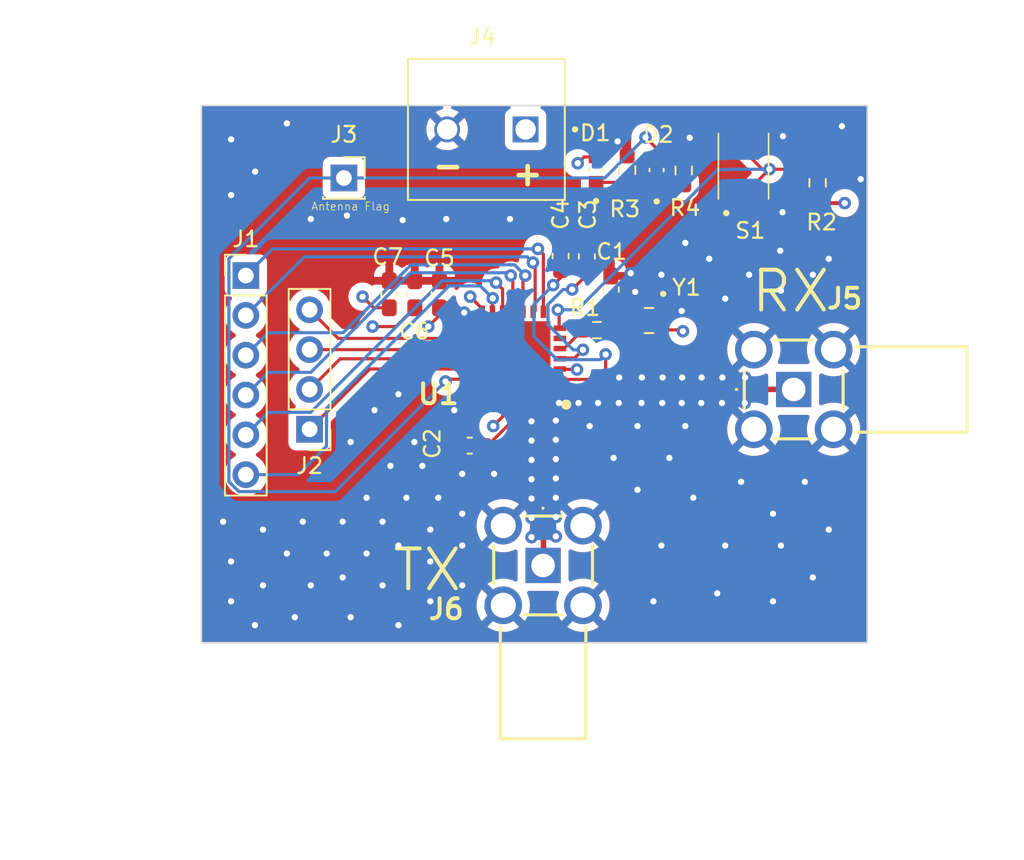
<source format=kicad_pcb>
(kicad_pcb (version 20221018) (generator pcbnew)
  (layers (0 "F.Cu" signal) (1 "In1.Cu" signal) (2 "In2.Cu" signal) (31 "B.Cu" signal) (36 "B.SilkS" user "B.Silkscreen") (37 "F.SilkS" user "F.Silkscreen") (38 "B.Mask" user) (39 "F.Mask" user) (44 "Edge.Cuts" user))
  (net 0 "")
  (net 1 "Net-(Y1-OUTPUT)")
  (net 2 "GND")
  (net 3 "Net-(U1-VR_PA)")
  (net 4 "Net-(U1-VR_DIG)")
  (net 5 "Net-(U1-VR_ANA)")
  (net 6 "+3.3V")
  (net 7 "Net-(D1-PadC)")
  (net 8 "Net-(D2-PadC)")
  (net 9 "Antenna_State")
  (net 10 "/DIO0")
  (net 11 "/DIO1")
  (net 12 "/DIO2")
  (net 13 "/DIO3")
  (net 14 "/DIO4")
  (net 15 "/DIO5")
  (net 16 "Net-(J2-Pin_1)")
  (net 17 "Net-(J2-Pin_2)")
  (net 18 "Net-(J2-Pin_3)")
  (net 19 "Net-(J2-Pin_4)")
  (net 20 "Net-(U1-XTA)")
  (net 21 "Net-(U1-~{RESET})")
  (net 23 "Power_Amp_In")
  (net 24 "LNA_OUTPUT")
  (footprint "0603 LED:LEDC1608X35N" (layer "F.Cu") (at 127.2032 73.5844 90)
    (fp_text reference "D2" (at 2.2606 0.1016 180) (layer "F.SilkS") (effects (font (size 1.002882 1.002882))))
    (fp_text value "-")
    (fp_line (start -0.085 -0.45) (end 0.085 -0.45) (stroke (width 0.127)) (layer "F.SilkS"))
    (fp_line (start 0.085 0.45) (end -0.085 0.45) (stroke (width 0.127)) (layer "F.SilkS"))
    (fp_circle (center -2 0) (end -1.9 0) (stroke (width 0.2)) (fill none) (layer "F.SilkS"))
    (pad "A" smd rect (at 0.81 0 90) (size 0.81 0.93) (layers "F.Cu" "F.Paste" "F.Mask") (net 9 "Antenna_State"))
    (pad "C" smd rect (at -0.81 0 90) (size 0.81 0.93) (layers "F.Cu" "F.Paste" "F.Mask") (net 8 "Net-(D2-PadC)"))
  )
  (footprint "Connector_PinHeader_2.54mm:PinHeader_1x04_P2.54mm_Vertical" (layer "F.Cu") (at 105.0798 90.1192 180)
    (fp_text reference "J2" (at 0 -2.33) (layer "F.SilkS"))
    (fp_text value "DO NOT PLACE")
    (fp_line (start -1.33 -1.33) (end 0 -1.33) (stroke (width 0.12)) (layer "F.SilkS"))
    (fp_line (start -1.33 0) (end -1.33 -1.33) (stroke (width 0.12)) (layer "F.SilkS"))
    (fp_line (start -1.33 1.27) (end -1.33 8.95) (stroke (width 0.12)) (layer "F.SilkS"))
    (fp_line (start -1.33 1.27) (end 1.33 1.27) (stroke (width 0.12)) (layer "F.SilkS"))
    (fp_line (start -1.33 8.95) (end 1.33 8.95) (stroke (width 0.12)) (layer "F.SilkS"))
    (fp_line (start 1.33 1.27) (end 1.33 8.95) (stroke (width 0.12)) (layer "F.SilkS"))
    (pad "1" thru_hole rect (at 0 0 180) (size 1.7 1.7) (drill 1) (layers "*.Cu" "*.Mask") (net 16 "Net-(J2-Pin_1)"))
    (pad "2" thru_hole oval (at 0 2.54 180) (size 1.7 1.7) (drill 1) (layers "*.Cu" "*.Mask") (net 17 "Net-(J2-Pin_2)"))
    (pad "3" thru_hole oval (at 0 5.08 180) (size 1.7 1.7) (drill 1) (layers "*.Cu" "*.Mask") (net 18 "Net-(J2-Pin_3)"))
    (pad "4" thru_hole oval (at 0 7.62 180) (size 1.7 1.7) (drill 1) (layers "*.Cu" "*.Mask") (net 19 "Net-(J2-Pin_4)"))
  )
  (footprint "Connector_PinSocket_2.54mm:PinSocket_1x01_P2.54mm_Vertical" (layer "F.Cu") (at 107.2642 74.0918)
    (fp_text reference "J3" (at 0 -2.77) (layer "F.SilkS"))
    (fp_text value "Conn_01x01_Pin")
    (fp_line (start -1.33 1.21) (end -1.33 1.33) (stroke (width 0.12)) (layer "F.SilkS"))
    (fp_line (start -1.33 1.33) (end 1.33 1.33) (stroke (width 0.12)) (layer "F.SilkS"))
    (fp_line (start 0 -1.33) (end 1.33 -1.33) (stroke (width 0.12)) (layer "F.SilkS"))
    (fp_line (start 1.33 -1.33) (end 1.33 0) (stroke (width 0.12)) (layer "F.SilkS"))
    (fp_line (start 1.33 1.21) (end 1.33 1.33) (stroke (width 0.12)) (layer "F.SilkS"))
    (pad "1" thru_hole rect (at 0 0) (size 1.7 1.7) (drill 1) (layers "*.Cu" "*.Mask") (net 9 "Antenna_State"))
  )
  (footprint "Resistor_SMD:R_0603_1608Metric_Pad0.98x0.95mm_HandSolder" (layer "F.Cu") (at 125.3236 73.5844 -90)
    (fp_text reference "R3" (at 2.4892 0.1524 -180) (layer "F.SilkS"))
    (fp_text value "1k")
    (fp_line (start -0.254724 -0.5225) (end 0.254724 -0.5225) (stroke (width 0.12)) (layer "F.SilkS"))
    (fp_line (start -0.254724 0.5225) (end 0.254724 0.5225) (stroke (width 0.12)) (layer "F.SilkS"))
    (pad "1" smd roundrect (at -0.9125 0 270) (size 0.975 0.95) (layers "F.Cu" "F.Paste" "F.Mask") (net 2 "GND"))
    (pad "2" smd roundrect (at 0.9125 0 270) (size 0.975 0.95) (layers "F.Cu" "F.Paste" "F.Mask") (net 7 "Net-(D1-PadC)"))
  )
  (footprint "Resistor_SMD:R_0603_1608Metric_Pad0.98x0.95mm_HandSolder" (layer "F.Cu") (at 137.4648 74.3977 90)
    (fp_text reference "R2" (at -2.5146 0.254 180) (layer "F.SilkS"))
    (fp_text value "4.7k")
    (fp_line (start -0.254724 -0.5225) (end 0.254724 -0.5225) (stroke (width 0.12)) (layer "F.SilkS"))
    (fp_line (start -0.254724 0.5225) (end 0.254724 0.5225) (stroke (width 0.12)) (layer "F.SilkS"))
    (pad "1" smd roundrect (at -0.9125 0 90) (size 0.975 0.95) (layers "F.Cu" "F.Paste" "F.Mask") (net 6 "+3.3V"))
    (pad "2" smd roundrect (at 0.9125 0 90) (size 0.975 0.95) (layers "F.Cu" "F.Paste" "F.Mask") (net 21 "Net-(U1-~{RESET})"))
  )
  (footprint "Capacitor_SMD:C_0603_1608Metric_Pad1.08x0.95mm_HandSolder" (layer "F.Cu") (at 110.1598 81.5086 90)
    (fp_text reference "C7" (at 2.3876 -0.1016 180) (layer "F.SilkS"))
    (fp_text value "4.7 uF")
    (fp_line (start -0.146267 -0.51) (end 0.146267 -0.51) (stroke (width 0.12)) (layer "F.SilkS"))
    (fp_line (start -0.146267 0.51) (end 0.146267 0.51) (stroke (width 0.12)) (layer "F.SilkS"))
    (pad "1" smd roundrect (at -0.8625 0 90) (size 1.075 0.95) (layers "F.Cu" "F.Paste" "F.Mask") (net 6 "+3.3V"))
    (pad "2" smd roundrect (at 0.8625 0 90) (size 1.075 0.95) (layers "F.Cu" "F.Paste" "F.Mask") (net 2 "GND"))
  )
  (footprint "sma:518144002" (layer "F.Cu") (at 119.9642 98.806 -90)
    (fp_text reference "J6" (at 2.794 6.1722) (layer "F.SilkS") (effects (font (size 1.27 1.27) (thickness 0.254))))
    (fp_text value "50 ohm" hide)
    (fp_line (start -3.7 0) (end -3.7 0) (stroke (width 0.1)) (layer "F.SilkS"))
    (fp_line (start -3.6 0) (end -3.6 0) (stroke (width 0.1)) (layer "F.SilkS"))
    (fp_line (start -3.15 1.2) (end -3.15 -1.2) (stroke (width 0.2)) (layer "F.SilkS"))
    (fp_line (start -1.25 -3.15) (end 1.15 -3.15) (stroke (width 0.2)) (layer "F.SilkS"))
    (fp_line (start 1.15 3.15) (end -1.25 3.15) (stroke (width 0.2)) (layer "F.SilkS"))
    (fp_line (start 3.15 -1.2) (end 3.15 1.2) (stroke (width 0.2)) (layer "F.SilkS"))
    (fp_line (start 3.95 -2.725) (end 11.05 -2.725) (stroke (width 0.2)) (layer "F.SilkS"))
    (fp_line (start 11.05 -2.725) (end 11.05 2.725) (stroke (width 0.2)) (layer "F.SilkS"))
    (fp_line (start 11.05 2.725) (end 3.95 2.725) (stroke (width 0.2)) (layer "F.SilkS"))
    (fp_arc (start -3.7 0) (mid -3.65 -0.05) (end -3.6 0) (stroke (width 0.1)) (layer "F.SilkS"))
    (fp_arc (start -3.6 0) (mid -3.65 0.05) (end -3.7 0) (stroke (width 0.1)) (layer "F.SilkS"))
    (pad "1" thru_hole rect (at 0 0 270) (size 2.25 2.25) (drill 1.5) (layers "*.Cu" "*.Mask") (net 23 "Power_Amp_In"))
    (pad "2" thru_hole circle (at -2.54 -2.54 270) (size 2.4 2.4) (drill 1.6) (layers "*.Cu" "*.Mask") (net 2 "GND"))
    (pad "3" thru_hole circle (at -2.54 2.54 270) (size 2.4 2.4) (drill 1.6) (layers "*.Cu" "*.Mask") (net 2 "GND"))
    (pad "4" thru_hole circle (at 2.54 2.54 270) (size 2.4 2.4) (drill 1.6) (layers "*.Cu" "*.Mask") (net 2 "GND"))
    (pad "5" thru_hole circle (at 2.54 -2.54 270) (size 2.4 2.4) (drill 1.6) (layers "*.Cu" "*.Mask") (net 2 "GND"))
  )
  (footprint "Capacitor_SMD:C_0603_1608Metric_Pad1.08x0.95mm_HandSolder" (layer "F.Cu") (at 113.3602 81.5086 90)
    (fp_text reference "C5" (at 2.3114 0 180) (layer "F.SilkS"))
    (fp_text value "1 uF")
    (fp_line (start -0.146267 -0.51) (end 0.146267 -0.51) (stroke (width 0.12)) (layer "F.SilkS"))
    (fp_line (start -0.146267 0.51) (end 0.146267 0.51) (stroke (width 0.12)) (layer "F.SilkS"))
    (pad "1" smd roundrect (at -0.8625 0 90) (size 1.075 0.95) (layers "F.Cu" "F.Paste" "F.Mask") (net 6 "+3.3V"))
    (pad "2" smd roundrect (at 0.8625 0 90) (size 1.075 0.95) (layers "F.Cu" "F.Paste" "F.Mask") (net 2 "GND"))
  )
  (footprint "Tactile Switch:PTS810SJG250SMTRLFS" (layer "F.Cu") (at 132.7404 73.3309 90)
    (fp_text reference "S1" (at -4.1148 0.4318 180) (layer "F.SilkS"))
    (fp_text value "-")
    (fp_line (start -2.1 -1.6) (end 2.075 -1.6) (stroke (width 0.1)) (layer "F.SilkS"))
    (fp_line (start -2.1 1.6) (end 2.075 1.6) (stroke (width 0.1)) (layer "F.SilkS"))
    (fp_arc (start -3 -1.2) (mid -2.9 -1.1) (end -3 -1) (stroke (width 0.2)) (layer "F.SilkS"))
    (fp_arc (start -3 -1) (mid -3.1 -1.1) (end -3 -1.2) (stroke (width 0.2)) (layer "F.SilkS"))
    (pad "1" smd rect (at -2.075 -1.075 90) (size 1.05 0.65) (layers "F.Cu" "F.Paste" "F.Mask") (net 21 "Net-(U1-~{RESET})"))
    (pad "2" smd rect (at 2.075 -1.075 90) (size 1.05 0.65) (layers "F.Cu" "F.Paste" "F.Mask") (net 21 "Net-(U1-~{RESET})"))
    (pad "3" smd rect (at -2.075 1.075 90) (size 1.05 0.65) (layers "F.Cu" "F.Paste" "F.Mask") (net 2 "GND"))
    (pad "4" smd rect (at 2.075 1.075 90) (size 1.05 0.65) (layers "F.Cu" "F.Paste" "F.Mask") (net 2 "GND"))
  )
  (footprint "32 MHz Clock:XTAL_ASTX-13-D-32.000MHz-I05-T" (layer "F.Cu") (at 126.7206 83.1839 -90)
    (fp_text reference "Y1" (at -2.1082 -2.3876) (layer "F.SilkS"))
    (fp_text value "32 MHz")
    (fp_line (start -0.8 0.28) (end -0.8 -0.28) (stroke (width 0.127)) (layer "F.SilkS"))
    (fp_line (start 0.8 0.28) (end 0.8 -0.28) (stroke (width 0.127)) (layer "F.SilkS"))
    (fp_circle (center -1.7 -0.9) (end -1.6 -0.9) (stroke (width 0.2)) (fill none) (layer "F.SilkS"))
    (pad "1" smd rect (at -0.6 -0.9 270) (size 0.8 0.6) (layers "F.Cu" "F.Paste" "F.Mask") (net 2 "GND"))
    (pad "2" smd rect (at -0.6 0.9 270) (size 0.8 0.6) (layers "F.Cu" "F.Paste" "F.Mask") (net 2 "GND"))
    (pad "3" smd rect (at 0.6 0.9 270) (size 0.8 0.6) (layers "F.Cu" "F.Paste" "F.Mask") (net 1 "Net-(Y1-OUTPUT)"))
    (pad "4" smd rect (at 0.6 -0.9 270) (size 0.8 0.6) (layers "F.Cu" "F.Paste" "F.Mask") (net 6 "+3.3V"))
  )
  (footprint "0603 LED:LEDC1608X35N" (layer "F.Cu") (at 123.3424 73.559 90)
    (fp_text reference "D1" (at 2.3368 -0.0508 180) (layer "F.SilkS") (effects (font (size 1.002882 1.002882))))
    (fp_text value "-")
    (fp_line (start -0.085 -0.45) (end 0.085 -0.45) (stroke (width 0.127)) (layer "F.SilkS"))
    (fp_line (start 0.085 0.45) (end -0.085 0.45) (stroke (width 0.127)) (layer "F.SilkS"))
    (fp_circle (center -2 0) (end -1.9 0) (stroke (width 0.2)) (fill none) (layer "F.SilkS"))
    (pad "A" smd rect (at 0.81 0 90) (size 0.81 0.93) (layers "F.Cu" "F.Paste" "F.Mask") (net 6 "+3.3V"))
    (pad "C" smd rect (at -0.81 0 90) (size 0.81 0.93) (layers "F.Cu" "F.Paste" "F.Mask") (net 7 "Net-(D1-PadC)"))
  )
  (footprint "Resistor_SMD:R_0603_1608Metric_Pad0.98x0.95mm_HandSolder" (layer "F.Cu") (at 123.3932 83.7935 180)
    (fp_text reference "R1" (at 0.762 1.4224) (layer "F.SilkS"))
    (fp_text value "9.9k")
    (fp_line (start -0.254724 -0.5225) (end 0.254724 -0.5225) (stroke (width 0.12)) (layer "F.SilkS"))
    (fp_line (start -0.254724 0.5225) (end 0.254724 0.5225) (stroke (width 0.12)) (layer "F.SilkS"))
    (pad "1" smd roundrect (at -0.9125 0 180) (size 0.975 0.95) (layers "F.Cu" "F.Paste" "F.Mask") (net 1 "Net-(Y1-OUTPUT)"))
    (pad "2" smd roundrect (at 0.9125 0 180) (size 0.975 0.95) (layers "F.Cu" "F.Paste" "F.Mask") (net 20 "Net-(U1-XTA)"))
  )
  (footprint "Capacitor_SMD:C_0603_1608Metric_Pad1.08x0.95mm_HandSolder" (layer "F.Cu") (at 111.7854 81.5086 90)
    (fp_text reference "C6" (at -2.3622 -0.0254 180) (layer "F.SilkS"))
    (fp_text value "100 nF")
    (fp_line (start -0.146267 -0.51) (end 0.146267 -0.51) (stroke (width 0.12)) (layer "F.SilkS"))
    (fp_line (start -0.146267 0.51) (end 0.146267 0.51) (stroke (width 0.12)) (layer "F.SilkS"))
    (pad "1" smd roundrect (at -0.8625 0 90) (size 1.075 0.95) (layers "F.Cu" "F.Paste" "F.Mask") (net 6 "+3.3V"))
    (pad "2" smd roundrect (at 0.8625 0 90) (size 1.075 0.95) (layers "F.Cu" "F.Paste" "F.Mask") (net 2 "GND"))
  )
  (footprint "sma:518144002" (layer "F.Cu") (at 135.9408 87.5792)
    (fp_text reference "J5" (at 3.2512 -5.7912) (layer "F.SilkS") (effects (font (size 1.27 1.27) (thickness 0.254))))
    (fp_text value "50 ohm" hide)
    (fp_line (start -3.7 0) (end -3.7 0) (stroke (width 0.1)) (layer "F.SilkS"))
    (fp_line (start -3.6 0) (end -3.6 0) (stroke (width 0.1)) (layer "F.SilkS"))
    (fp_line (start -3.15 1.2) (end -3.15 -1.2) (stroke (width 0.2)) (layer "F.SilkS"))
    (fp_line (start -1.25 -3.15) (end 1.15 -3.15) (stroke (width 0.2)) (layer "F.SilkS"))
    (fp_line (start 1.15 3.15) (end -1.25 3.15) (stroke (width 0.2)) (layer "F.SilkS"))
    (fp_line (start 3.15 -1.2) (end 3.15 1.2) (stroke (width 0.2)) (layer "F.SilkS"))
    (fp_line (start 3.95 -2.725) (end 11.05 -2.725) (stroke (width 0.2)) (layer "F.SilkS"))
    (fp_line (start 11.05 -2.725) (end 11.05 2.725) (stroke (width 0.2)) (layer "F.SilkS"))
    (fp_line (start 11.05 2.725) (end 3.95 2.725) (stroke (width 0.2)) (layer "F.SilkS"))
    (fp_arc (start -3.7 0) (mid -3.65 -0.05) (end -3.6 0) (stroke (width 0.1)) (layer "F.SilkS"))
    (fp_arc (start -3.6 0) (mid -3.65 0.05) (end -3.7 0) (stroke (width 0.1)) (layer "F.SilkS"))
    (pad "1" thru_hole rect (at 0 0) (size 2.25 2.25) (drill 1.5) (layers "*.Cu" "*.Mask") (net 24 "LNA_OUTPUT"))
    (pad "2" thru_hole circle (at -2.54 -2.54) (size 2.4 2.4) (drill 1.6) (layers "*.Cu" "*.Mask") (net 2 "GND"))
    (pad "3" thru_hole circle (at -2.54 2.54) (size 2.4 2.4) (drill 1.6) (layers "*.Cu" "*.Mask") (net 2 "GND"))
    (pad "4" thru_hole circle (at 2.54 2.54) (size 2.4 2.4) (drill 1.6) (layers "*.Cu" "*.Mask") (net 2 "GND"))
    (pad "5" thru_hole circle (at 2.54 -2.54) (size 2.4 2.4) (drill 1.6) (layers "*.Cu" "*.Mask") (net 2 "GND"))
  )
  (footprint "Capacitor_SMD:C_0603_1608Metric_Pad1.08x0.95mm_HandSolder" (layer "F.Cu") (at 115.2906 91.1606 180)
    (fp_text reference "C2" (at 2.3876 0.127 90) (layer "F.SilkS"))
    (fp_text value "100 nF")
    (fp_line (start -0.146267 -0.51) (end 0.146267 -0.51) (stroke (width 0.12)) (layer "F.SilkS"))
    (fp_line (start -0.146267 0.51) (end 0.146267 0.51) (stroke (width 0.12)) (layer "F.SilkS"))
    (pad "1" smd roundrect (at -0.8625 0 180) (size 1.075 0.95) (layers "F.Cu" "F.Paste" "F.Mask") (net 3 "Net-(U1-VR_PA)"))
    (pad "2" smd roundrect (at 0.8625 0 180) (size 1.075 0.95) (layers "F.Cu" "F.Paste" "F.Mask") (net 2 "GND"))
  )
  (footprint "Capacitor_SMD:C_0603_1608Metric_Pad1.08x0.95mm_HandSolder" (layer "F.Cu") (at 124.2822 81.2027 90)
    (fp_text reference "C1" (at 2.413 0.0508 180) (layer "F.SilkS"))
    (fp_text value "10 pF")
    (fp_line (start -0.146267 -0.51) (end 0.146267 -0.51) (stroke (width 0.12)) (layer "F.SilkS"))
    (fp_line (start -0.146267 0.51) (end 0.146267 0.51) (stroke (width 0.12)) (layer "F.SilkS"))
    (pad "1" smd roundrect (at -0.8625 0 90) (size 1.075 0.95) (layers "F.Cu" "F.Paste" "F.Mask") (net 1 "Net-(Y1-OUTPUT)"))
    (pad "2" smd roundrect (at 0.8625 0 90) (size 1.075 0.95) (layers "F.Cu" "F.Paste" "F.Mask") (net 2 "GND"))
  )
  (footprint "newradio:QFN65P600X600X100-29N-D" (layer "F.Cu") (at 118.0338 85.6234 180)
    (fp_text reference "U1" (at 4.7498 -2.2606 180) (layer "F.SilkS") (effects (font (size 1.27 1.27) (thickness 0.254))))
    (fp_text value "-" hide)
    (fp_circle (center -3.4005 -2.925) (end -3.4005 -2.7625) (stroke (width 0.325)) (fill none) (layer "F.SilkS"))
    (pad "1" smd rect (at -3 -1.95 270) (size 0.35 0.8) (layers "F.Cu" "F.Paste" "F.Mask") (net 24 "LNA_OUTPUT"))
    (pad "2" smd rect (at -3 -1.3 270) (size 0.35 0.8) (layers "F.Cu" "F.Paste" "F.Mask") (net 5 "Net-(U1-VR_ANA)"))
    (pad "3" smd rect (at -3 -0.65 270) (size 0.35 0.8) (layers "F.Cu" "F.Paste" "F.Mask") (net 6 "+3.3V"))
    (pad "4" smd rect (at -3 0 270) (size 0.35 0.8) (layers "F.Cu" "F.Paste" "F.Mask") (net 4 "Net-(U1-VR_DIG)"))
    (pad "5" smd rect (at -3 0.65 270) (size 0.35 0.8) (layers "F.Cu" "F.Paste" "F.Mask") (net 20 "Net-(U1-XTA)"))
    (pad "6" smd rect (at -3 1.3 270) (size 0.35 0.8) (layers "F.Cu" "F.Paste" "F.Mask"))
    (pad "7" smd rect (at -3 1.95 270) (size 0.35 0.8) (layers "F.Cu" "F.Paste" "F.Mask") (net 21 "Net-(U1-~{RESET})"))
    (pad "8" smd rect (at -1.95 3 180) (size 0.35 0.8) (layers "F.Cu" "F.Paste" "F.Mask") (net 10 "/DIO0"))
    (pad "9" smd rect (at -1.3 3 180) (size 0.35 0.8) (layers "F.Cu" "F.Paste" "F.Mask") (net 11 "/DIO1"))
    (pad "10" smd rect (at -0.65 3 180) (size 0.35 0.8) (layers "F.Cu" "F.Paste" "F.Mask") (net 12 "/DIO2"))
    (pad "11" smd rect (at 0 3 180) (size 0.35 0.8) (layers "F.Cu" "F.Paste" "F.Mask") (net 13 "/DIO3"))
    (pad "12" smd rect (at 0.65 3 180) (size 0.35 0.8) (layers "F.Cu" "F.Paste" "F.Mask") (net 14 "/DIO4"))
    (pad "13" smd rect (at 1.3 3 180) (size 0.35 0.8) (layers "F.Cu" "F.Paste" "F.Mask") (net 15 "/DIO5"))
    (pad "14" smd rect (at 1.95 3 180) (size 0.35 0.8) (layers "F.Cu" "F.Paste" "F.Mask") (net 6 "+3.3V"))
    (pad "15" smd rect (at 3 1.95 270) (size 0.35 0.8) (layers "F.Cu" "F.Paste" "F.Mask") (net 2 "GND"))
    (pad "16" smd rect (at 3 1.3 270) (size 0.35 0.8) (layers "F.Cu" "F.Paste" "F.Mask") (net 19 "Net-(J2-Pin_4)"))
    (pad "17" smd rect (at 3 0.65 270) (size 0.35 0.8) (layers "F.Cu" "F.Paste" "F.Mask") (net 18 "Net-(J2-Pin_3)"))
    (pad "18" smd rect (at 3 0 270) (size 0.35 0.8) (layers "F.Cu" "F.Paste" "F.Mask") (net 17 "Net-(J2-Pin_2)"))
    (pad "19" smd rect (at 3 -0.65 270) (size 0.35 0.8) (layers "F.Cu" "F.Paste" "F.Mask") (net 16 "Net-(J2-Pin_1)"))
    (pad "20" smd rect (at 3 -1.3 270) (size 0.35 0.8) (layers "F.Cu" "F.Paste" "F.Mask") (net 9 "Antenna_State"))
    (pad "21" smd rect (at 3 -1.95 270) (size 0.35 0.8) (layers "F.Cu" "F.Paste" "F.Mask") (net 2 "GND"))
    (pad "22" smd rect (at 1.95 -3 180) (size 0.35 0.8) (layers "F.Cu" "F.Paste" "F.Mask") (net 2 "GND"))
    (pad "23" smd rect (at 1.3 -3 180) (size 0.35 0.8) (layers "F.Cu" "F.Paste" "F.Mask") (net 2 "GND"))
    (pad "24" smd rect (at 0.65 -3 180) (size 0.35 0.8) (layers "F.Cu" "F.Paste" "F.Mask") (net 6 "+3.3V"))
    (pad "25" smd rect (at 0 -3 180) (size 0.35 0.8) (layers "F.Cu" "F.Paste" "F.Mask") (net 3 "Net-(U1-VR_PA)"))
    (pad "26" smd rect (at -0.65 -3 180) (size 0.35 0.8) (layers "F.Cu" "F.Paste" "F.Mask") (net 2 "GND"))
    (pad "27" smd rect (at -1.3 -3 180) (size 0.35 0.8) (layers "F.Cu" "F.Paste" "F.Mask"))
    (pad "28" smd rect (at -1.95 -3 180) (size 0.35 0.8) (layers "F.Cu" "F.Paste" "F.Mask") (net 23 "Power_Amp_In"))
    (pad "29" smd rect (at 0 0 180) (size 4.8 4.8) (layers "F.Cu" "F.Paste" "F.Mask") (net 2 "GND"))
  )
  (footprint "Capacitor_SMD:C_0603_1608Metric_Pad1.08x0.95mm_HandSolder" (layer "F.Cu") (at 122.7582 79.0956 90)
    (fp_text reference "C3" (at 2.667 0.0508 90) (layer "F.SilkS"))
    (fp_text value "100 nF")
    (fp_line (start -0.146267 -0.51) (end 0.146267 -0.51) (stroke (width 0.12)) (layer "F.SilkS"))
    (fp_line (start -0.146267 0.51) (end 0.146267 0.51) (stroke (width 0.12)) (layer "F.SilkS"))
    (pad "1" smd roundrect (at -0.8625 0 90) (size 1.075 0.95) (layers "F.Cu" "F.Paste" "F.Mask") (net 4 "Net-(U1-VR_DIG)"))
    (pad "2" smd roundrect (at 0.8625 0 90) (size 1.075 0.95) (layers "F.Cu" "F.Paste" "F.Mask") (net 2 "GND"))
  )
  (footprint "Capacitor_SMD:C_0603_1608Metric_Pad1.08x0.95mm_HandSolder" (layer "F.Cu") (at 121.0818 79.0702 90)
    (fp_text reference "C4" (at 2.6416 0 90) (layer "F.SilkS"))
    (fp_text value "100 nF")
    (fp_line (start -0.146267 -0.51) (end 0.146267 -0.51) (stroke (width 0.12)) (layer "F.SilkS"))
    (fp_line (start -0.146267 0.51) (end 0.146267 0.51) (stroke (width 0.12)) (layer "F.SilkS"))
    (pad "1" smd roundrect (at -0.8625 0 90) (size 1.075 0.95) (layers "F.Cu" "F.Paste" "F.Mask") (net 5 "Net-(U1-VR_ANA)"))
    (pad "2" smd roundrect (at 0.8625 0 90) (size 1.075 0.95) (layers "F.Cu" "F.Paste" "F.Mask") (net 2 "GND"))
  )
  (footprint "Connector_PinHeader_2.54mm:PinHeader_1x06_P2.54mm_Vertical" (layer "F.Cu") (at 101.0158 80.3148)
    (fp_text reference "J1" (at 0 -2.33) (layer "F.SilkS"))
    (fp_text value "DO NOT PLACE")
    (fp_line (start -1.33 -1.33) (end 0 -1.33) (stroke (width 0.12)) (layer "F.SilkS"))
    (fp_line (start -1.33 0) (end -1.33 -1.33) (stroke (width 0.12)) (layer "F.SilkS"))
    (fp_line (start -1.33 1.27) (end -1.33 14.03) (stroke (width 0.12)) (layer "F.SilkS"))
    (fp_line (start -1.33 1.27) (end 1.33 1.27) (stroke (width 0.12)) (layer "F.SilkS"))
    (fp_line (start -1.33 14.03) (end 1.33 14.03) (stroke (width 0.12)) (layer "F.SilkS"))
    (fp_line (start 1.33 1.27) (end 1.33 14.03) (stroke (width 0.12)) (layer "F.SilkS"))
    (pad "1" thru_hole rect (at 0 0) (size 1.7 1.7) (drill 1) (layers "*.Cu" "*.Mask") (net 10 "/DIO0"))
    (pad "2" thru_hole oval (at 0 2.54) (size 1.7 1.7) (drill 1) (layers "*.Cu" "*.Mask") (net 11 "/DIO1"))
    (pad "3" thru_hole oval (at 0 5.08) (size 1.7 1.7) (drill 1) (layers "*.Cu" "*.Mask") (net 12 "/DIO2"))
    (pad "4" thru_hole oval (at 0 7.62) (size 1.7 1.7) (drill 1) (layers "*.Cu" "*.Mask") (net 13 "/DIO3"))
    (pad "5" thru_hole oval (at 0 10.16) (size 1.7 1.7) (drill 1) (layers "*.Cu" "*.Mask") (net 14 "/DIO4"))
    (pad "6" thru_hole oval (at 0 12.7) (size 1.7 1.7) (drill 1) (layers "*.Cu" "*.Mask") (net 15 "/DIO5"))
  )
  (footprint "terminal block:PHOENIX_1935776" (layer "F.Cu") (at 116.3493 70.993)
    (fp_text reference "J4" (at -0.2459 -5.9182) (layer "F.SilkS"))
    (fp_text value "-")
    (fp_line (start -5 4.5) (end -5 -4.5) (stroke (width 0.127)) (layer "F.SilkS"))
    (fp_line (start 5 -4.5) (end -5 -4.5) (stroke (width 0.127)) (layer "F.SilkS"))
    (fp_line (start 5 -4.5) (end 5 4.5) (stroke (width 0.127)) (layer "F.SilkS"))
    (fp_line (start 5 4.5) (end -5 4.5) (stroke (width 0.127)) (layer "F.SilkS"))
    (fp_circle (center 5.65 0) (end 5.75 0) (stroke (width 0.2)) (fill none) (layer "F.SilkS"))
    (pad "01" thru_hole rect (at 2.5 0) (size 1.65 1.65) (drill 1.3) (layers "*.Cu" "*.Mask") (net 6 "+3.3V"))
    (pad "02" thru_hole circle (at -2.5 0) (size 1.65 1.65) (drill 1.3) (layers "*.Cu" "*.Mask") (net 2 "GND"))
  )
  (footprint "Resistor_SMD:R_0603_1608Metric_Pad0.98x0.95mm_HandSolder" (layer "F.Cu") (at 128.9304 73.6098 -90)
    (fp_text reference "R4" (at 2.3876 -0.0762 -180) (layer "F.SilkS"))
    (fp_text value "1k")
    (fp_line (start -0.254724 -0.5225) (end 0.254724 -0.5225) (stroke (width 0.12)) (layer "F.SilkS"))
    (fp_line (start -0.254724 0.5225) (end 0.254724 0.5225) (stroke (width 0.12)) (layer "F.SilkS"))
    (pad "1" smd roundrect (at -0.9125 0 270) (size 0.975 0.95) (layers "F.Cu" "F.Paste" "F.Mask") (net 2 "GND"))
    (pad "2" smd roundrect (at 0.9125 0 270) (size 0.975 0.95) (layers "F.Cu" "F.Paste" "F.Mask") (net 8 "Net-(D2-PadC)"))
  )
  (gr_rect (start 98.1837 69.469) (end 140.6271 103.7336) (stroke (width 0.1)) (fill none) (layer "Edge.Cuts"))
  (gr_text "RX\n" (at 133.096 82.804) (layer "F.SilkS") (effects (font (size 2.54 2.54) (thickness 0.254)) (justify left bottom)))
  (gr_text "TX\n" (at 110.236 100.584) (layer "F.SilkS") (effects (font (size 2.54 2.54) (thickness 0.254)) (justify left bottom)))
  (gr_text "-\n" (at 112.776 74.168) (layer "F.SilkS") (effects (font (size 1.5 1.5) (thickness 0.3) bold) (justify left bottom)))
  (gr_text "Antenna Flag\n" (at 105.156 76.2) (layer "F.SilkS") (effects (font (size 0.508 0.508) (thickness 0.0508)) (justify left bottom)))
  (gr_text "+" (at 117.856 74.676) (layer "F.SilkS") (effects (font (size 1.5 1.5) (thickness 0.3) bold) (justify left bottom)))
  (segment (start 124.3057 82.0887) (end 124.2822 82.0652) (width 0.2032) (layer "F.Cu") (net 1))
  (segment (start 124.3057 83.7935) (end 124.3057 82.0887) (width 0.2032) (layer "F.Cu") (net 1))
  (segment (start 124.3057 83.7935) (end 125.811 83.7935) (width 0.2032) (layer "F.Cu") (net 1))
  (segment (start 125.811 83.7935) (end 125.8206 83.7839) (width 0.2032) (layer "F.Cu") (net 1))
  (segment (start 118.6838 86.2734) (end 118.0338 85.6234) (width 0.2032) (layer "F.Cu") (net 2))
  (segment (start 128.9304 71.908) (end 128.9304 72.6973) (width 0.2032) (layer "F.Cu") (net 2))
  (segment (start 115.0788 87.5734) (end 116.0838 87.5734) (width 0.2032) (layer "F.Cu") (net 2))
  (segment (start 125.8206 81.3661) (end 125.8316 81.3551) (width 0.2032) (layer "F.Cu") (net 2))
  (segment (start 114.3 88.9) (end 114.5766 88.6234) (width 0.25) (layer "F.Cu") (net 2))
  (segment (start 124.714 71.755) (end 125.3236 72.3646) (width 0.2032) (layer "F.Cu") (net 2))
  (segment (start 115.0338 83.6734) (end 115.0338 82.7758) (width 0.2032) (layer "F.Cu") (net 2))
  (segment (start 125.3733 80.3402) (end 125.5522 80.1613) (width 0.2032) (layer "F.Cu") (net 2))
  (segment (start 115.0338 82.7758) (end 114.935 82.677) (width 0.2032) (layer "F.Cu") (net 2))
  (segment (start 125.3236 72.3646) (end 125.3236 72.6719) (width 0.2032) (layer "F.Cu") (net 2))
  (segment (start 116.7338 88.6234) (end 116.0838 88.6234) (width 0.25) (layer "F.Cu") (net 2))
  (segment (start 135.085 71.2559) (end 135.255 71.4259) (width 0.2032) (layer "F.Cu") (net 2))
  (segment (start 114.5766 88.6234) (end 116.0838 88.6234) (width 0.25) (layer "F.Cu") (net 2))
  (segment (start 127.6206 82.5839) (end 128.7938 82.5839) (width 0.2032) (layer "F.Cu") (net 2))
  (segment (start 116.7338 88.5784) (end 116.7338 86.9234) (width 0.2032) (layer "F.Cu") (net 2))
  (segment (start 115.0338 83.6734) (end 116.0838 83.6734) (width 0.2032) (layer "F.Cu") (net 2))
  (segment (start 116.7338 88.9046) (end 116.7338 88.5784) (width 0.2032) (layer "F.Cu") (net 2))
  (segment (start 116.0838 88.5784) (end 116.0838 87.5734) (width 0.2032) (layer "F.Cu") (net 2))
  (segment (start 115.0338 88.1662) (end 114.3 88.9) (width 0.25) (layer "F.Cu") (net 2))
  (segment (start 133.8154 71.2559) (end 135.085 71.2559) (width 0.2032) (layer "F.Cu") (net 2))
  (segment (start 115.0338 87.5734) (end 115.0338 88.1662) (width 0.25) (layer "F.Cu") (net 2))
  (segment (start 125.8206 82.5839) (end 125.8206 81.3661) (width 0.2032) (layer "F.Cu") (net 2))
  (segment (start 118.6838 88.5784) (end 118.6838 86.2734) (width 0.2032) (layer "F.Cu") (net 2))
  (segment (start 124.2822 80.3402) (end 125.3733 80.3402) (width 0.2032) (layer "F.Cu") (net 2))
  (segment (start 129.3117 71.5267) (end 128.9304 71.908) (width 0.2032) (layer "F.Cu") (net 2))
  (segment (start 116.0838 87.5734) (end 118.0338 85.6234) (width 0.2032) (layer "F.Cu") (net 2))
  (segment (start 116.0838 83.6734) (end 118.0338 85.6234) (width 0.2032) (layer "F.Cu") (net 2))
  (segment (start 128.7938 82.5839) (end 128.8034 82.5743) (width 0.2032) (layer "F.Cu") (net 2))
  (segment (start 116.7338 86.9234) (end 118.0338 85.6234) (width 0.2032) (layer "F.Cu") (net 2))
  (segment (start 133.8154 75.4059) (end 134.3582 75.4059) (width 0.2032) (layer "F.Cu") (net 2))
  (segment (start 134.3582 75.4059) (end 135.2296 76.2773) (width 0.2032) (layer "F.Cu") (net 2))
  (via (at 128.8288 86.8172) (size 0.8) (drill 0.4) (layers "F.Cu" "B.Cu") (net 2))
  (via (at 129.54 94.488) (size 0.8) (drill 0.4) (layers "F.Cu" "B.Cu") (net 2))
  (via (at 129.032 89.916) (size 0.8) (drill 0.4) (layers "F.Cu" "B.Cu") (net 2))
  (via (at 131.3942 86.8172) (size 0.8) (drill 0.4) (layers "F.Cu" "B.Cu") (net 2))
  (via (at 130.0734 86.8172) (size 0.8) (drill 0.4) (layers "F.Cu" "B.Cu") (net 2))
  (via (at 112.268 92.456) (size 0.8) (drill 0.4) (layers "F.Cu" "B.Cu") (net 2))
  (via (at 100.076 71.628) (size 0.8) (drill 0.4) (layers "F.Cu" "B.Cu") (net 2))
  (via (at 110.744 102.616) (size 0.8) (drill 0.4) (layers "F.Cu" "B.Cu") (net 2))
  (via (at 131.064 100.584) (size 0.8) (drill 0.4) (layers "F.Cu" "B.Cu") (net 2))
  (via (at 111.76 90.932) (size 0.8) (drill 0.4) (layers "F.Cu" "B.Cu") (net 2))
  (via (at 120.777 90.7923) (size 0.8) (drill 0.4) (layers "F.Cu" "B.Cu") (net 2))
  (via (at 130.556 79.248) (size 0.8) (drill 0.4) (layers "F.Cu" "B.Cu") (net 2))
  (via (at 126.2634 86.8172) (size 0.8) (drill 0.4) (layers "F.Cu" "B.Cu") (net 2))
  (via (at 120.777 93.2561) (size 0.8) (drill 0.4) (layers "F.Cu" "B.Cu") (net 2))
  (via (at 134.62 95.504) (size 0.8) (drill 0.4) (layers "F.Cu" "B.Cu") (net 2))
  (via (at 107.696 90.932) (size 0.8) (drill 0.4) (layers "F.Cu" "B.Cu") (net 2))
  (via (at 120.9802 88.4428) (size 0.8) (drill 0.4) (layers "F.Cu" "B.Cu") (net 2))
  (via (at 127 101.092) (size 0.8) (drill 0.4) (layers "F.Cu" "B.Cu") (net 2))
  (via (at 139.018507 70.787274) (size 0.8) (drill 0.4) (layers "F.Cu" "B.Cu") (net 2))
  (via (at 105.156 76.708) (size 0.8) (drill 0.4) (layers "F.Cu" "B.Cu") (net 2))
  (via (at 112.776 96.52) (size 0.8) (drill 0.4) (layers "F.Cu" "B.Cu") (net 2))
  (via (at 103.632 98.044) (size 0.8) (drill 0.4) (layers "F.Cu" "B.Cu") (net 2))
  (via (at 102.108 96.52) (size 0.8) (drill 0.4) (layers "F.Cu" "B.Cu") (net 2))
  (via (at 114.3 88.9) (size 0.8) (drill 0.4) (layers "F.Cu" "B.Cu") (net 2))
  (via (at 132.842 86.8172) (size 0.8) (drill 0.4) (layers "F.Cu" "B.Cu") (net 2))
  (via (at 136.652 93.472) (size 0.8) (drill 0.4) (layers "F.Cu" "B.Cu") (net 2))
  (via (at 133.096 80.264) (size 0.8) (drill 0.4) (layers "F.Cu" "B.Cu") (net 2))
  (via (at 135.128 97.536) (size 0.8) (drill 0.4) (layers "F.Cu" "B.Cu") (net 2))
  (via (at 125.8316 81.3551) (size 0.8) (drill 0.4) (layers "F.Cu" "B.Cu") (net 2))
  (via (at 140.208 74.168) (size 0.8) (drill 0.4) (layers "F.Cu" "B.Cu") (net 2))
  (via (at 135.082844 78.731483) (size 0.8) (drill 0.4) (layers "F.Cu" "B.Cu") (net 2))
  (via (at 114.808 95.504) (size 0.8) (drill 0.4) (layers "F.Cu" "B.Cu") (net 2))
  (via (at 117.856 76.708) (size 0.8) (drill 0.4) (layers "F.Cu" "B.Cu") (net 2))
  (via (at 138.176 79.248) (size 0.8) (drill 0.4) (layers "F.Cu" "B.Cu") (net 2))
  (via (at 112.776 98.552) (size 0.8) (drill 0.4) (layers "F.Cu" "B.Cu") (net 2))
  (via (at 120.777 95.7199) (size 0.8) (drill 0.4) (layers "F.Cu" "B.Cu") (net 2))
  (via (at 120.777 89.5604) (size 0.8) (drill 0.4) (layers "F.Cu" "B.Cu") (net 2))
  (via (at 124.714 71.755) (size 0.8) (drill 0.4) (layers "F.Cu" "B.Cu") (net 2))
  (via (at 105.156 100.076) (size 0.8) (drill 0.4) (layers "F.Cu" "B.Cu") (net 2))
  (via (at 108.712 98.044) (size 0.8) (drill 0.4) (layers "F.Cu" "B.Cu") (net 2))
  (via (at 132.8166 88.4428) (size 0.8) (drill 0.4) (layers "F.Cu" "B.Cu") (net 2))
  (via (at 114.808 92.964) (size 0.8) (drill 0.4) (layers "F.Cu" "B.Cu") (net 2))
  (via (at 128.8034 82.5743) (size 0.8) (drill 0.4) (layers "F.Cu" "B.Cu") (net 2))
  (via (at 119.2276 93.3069) (size 0.8) (drill 0.4) (layers "F.Cu" "B.Cu") (net 2))
  (via (at 123.4694 88.4428) (size 0.8) (drill 0.4) (layers "F.Cu" "B.Cu") (net 2))
  (via (at 116.84 92.964) (size 0.8) (drill 0.4) (layers "F.Cu" "B.Cu") (net 2))
  (via (at 137.16 80.264) (size 0.8) (drill 0.4) (layers "F.Cu" "B.Cu") (net 2))
  (via (at 122.2248 88.4428) (size 0.8) (drill 0.4) (layers "F.Cu" "B.Cu") (net 2))
  (via (at 106.172 98.044) (size 0.8) (drill 0.4) (layers "F.Cu" "B.Cu") (net 2))
  (via (at 119.2276 95.7707) (size 0.8) (drill 0.4) (layers "F.Cu" "B.Cu") (net 2))
  (via (at 135.255 71.4259) (size 0.8) (drill 0.4) (layers "F.Cu" "B.Cu") (net 2))
  (via (at 119.2276 90.8431) (size 0.8) (drill 0.4) (layers "F.Cu" "B.Cu") (net 2))
  (via (at 129.032 78.232) (size 0.8) (drill 0.4) (layers "F.Cu" "B.Cu") (net 2))
  (via (at 134.62 101.092) (size 0.8) (drill 0.4) (layers "F.Cu" "B.Cu") (net 2))
  (via (at 111.252 94.488) (size 0.8) (drill 0.4) (layers "F.Cu" "B.Cu") (net 2))
  (via (at 114.808 100.076) (size 0.8) (drill 0.4) (layers "F.Cu" "B.Cu") (net 2))
  (via (at 124.7902 88.4428) (size 0.8) (drill 0.4) (layers "F.Cu" "B.Cu") (net 2))
  (via (at 135.2296 76.2773) (size 0.8) (drill 0.4) (layers "F.Cu" "B.Cu") (net 2))
  (via (at 113.792 76.708) (size 0.8) (drill 0.4) (layers "F.Cu" "B.Cu") (net 2))
  (via (at 120.777 96.9518) (size 0.8) (drill 0.4) (layers "F.Cu" "B.Cu") (net 2))
  (via (at 124.8156 86.8172) (size 0.8) (drill 0.4) (layers "F.Cu" "B.Cu") (net 2))
  (via (at 127.508 97.536) (size 0.8) (drill 0.4) (layers "F.Cu" "B.Cu") (net 2))
  (via (at 131.572 97.536) (size 0.8) (drill 0.4) (layers "F.Cu" "B.Cu") (net 2))
  (via (at 107.188 99.568) (size 0.8) (drill 0.4) (layers "F.Cu" "B.Cu") (net 2))
  (via (at 99.568 96.012) (size 0.8) (drill 0.4) (layers "F.Cu" "B.Cu") (net 2))
  (via (at 131.3688 88.4428) (size 0.8) (drill 0.4) (layers "F.Cu" "B.Cu") (net 2))
  (via (at 127.5842 86.8172) (size 0.8) (drill 0.4) (layers "F.Cu" "B.Cu") (net 2))
  (via (at 108.712 94.488) (size 0.8) (drill 0.4) (layers "F.Cu" "B.Cu") (net 2))
  (via (at 119.2276 89.6112) (size 0.8) (drill 0.4) (layers "F.Cu" "B.Cu") (net 2))
  (via (at 114.935 82.677) (size 0.8) (drill 0.4) (layers "F.Cu" "B.Cu") (net 2))
  (via (at 109.22 88.9) (size 0.8) (drill 0.4) (layers "F.Cu" "B.Cu") (net 2))
  (via (at 104.14 102.108) (size 0.8) (drill 0.4) (layers "F.Cu" "B.Cu") (net 2))
  (via (at 127.508 80.264) (size 0.8) (drill 0.4) (layers "F.Cu" "B.Cu") (net 2))
  (via (at 138.176 96.52) (size 0.8) (drill 0.4) (layers "F.Cu" "B.Cu") (net 2))
  (via (at 130.048 88.4428) (size 0.8) (drill 0.4) (layers "F.Cu" "B.Cu") (net 2))
  (via (at 100.076 75.184) (size 0.8) (drill 0.4) (layers "F.Cu" "B.Cu") (net 2))
  (via (at 124.46 91.948) (size 0.8) (drill 0.4) (layers "F.Cu" "B.Cu") (net 2))
  (via (at 120.777 92.0242) (size 0.8) (drill 0.4) (layers "F.Cu" "B.Cu") (net 2))
  (via (at 100.076 98.552) (size 0.8) (drill 0.4) (layers "F.Cu" "B.Cu") (net 2))
  (via (at 104.648 96.012) (size 0.8) (drill 0.4) (layers "F.Cu" "B.Cu") (net 2))
  (via (at 132.588 93.472) (size 0.8) (drill 0.4) (layers "F.Cu" "B.Cu") (net 2))
  (via (at 125.984 93.98) (size 0.8) (drill 0.4) (layers "F.Cu" "B.Cu") (net 2))
  (via (at 110.236 92.456) (size 0.8) (drill 0.4) (layers "F.Cu" "B.Cu") (net 2))
  (via (at 135.128 81.28) (size 0.8) (drill 0.4) (layers "F.Cu" "B.Cu") (net 2))
  (via (at 126.238 88.4428) (size 0.8) (drill 0.4) (layers "F.Cu" "B.Cu") (net 2))
  (via (at 125.5522 80.1613) (size 0.8) (drill 0.4) (layers "F.Cu" "B.Cu") (net 2))
  (via (at 119.2276 97.0026) (size 0.8) (drill 0.4) (layers "F.Cu" "B.Cu") (net 2))
  (via (at 102.108 100.076) (size 0.8) (drill 0.4) (layers "F.Cu" "B.Cu") (net 2))
  (via (at 113.284 94.488) (size 0.8) (drill 0.4) (layers "F.Cu" "B.Cu") (net 2))
  (via (at 110.744 97.536) (size 0.8) (drill 0.4) (layers "F.Cu" "B.Cu") (net 2))
  (via (at 107.460319 76.490342) (size 0.8) (drill 0.4) (layers "F.Cu" "B.Cu") (net 2))
  (via (at 100.076 101.092) (size 0.8) (drill 0.4) (layers "F.Cu" "B.Cu") (net 2))
  (via (at 107.696 102.108) (size 0.8) (drill 0.4) (layers "F.Cu" "B.Cu") (net 2))
  (via (at 128.8034 88.4428) (size 0.8) (drill 0.4) (layers "F.Cu" "B.Cu") (net 2))
  (via (at 103.632 70.612) (size 0.8) (drill 0.4) (layers "F.Cu" "B.Cu") (net 2))
  (via (at 125.984 89.916) (size 0.8) (drill 0.4) (layers "F.Cu" "B.Cu") (net 2))
  (via (at 137.16 99.568) (size 0.8) (drill 0.4) (layers "F.Cu" "B.Cu") (net 2))
  (via (at 128.016 91.948) (size 0.8) (drill 0.4) (layers "F.Cu" "B.Cu") (net 2))
  (via (at 111.013348 76.781872) (size 0.8) (drill 0.4) (layers "F.Cu" "B.Cu") (net 2))
  (via (at 119.2276 94.5388) (size 0.8) (drill 0.4) (layers "F.Cu" "B.Cu") (net 2))
  (via (at 107.188 96.012) (size 0.8) (drill 0.4) (layers "F.Cu" "B.Cu") (net 2))
  (via (at 101.6 102.616) (size 0.8) (drill 0.4) (layers "F.Cu" "B.Cu") (net 2))
  (via (at 109.728 100.076) (size 0.8) (drill 0.4) (layers "F.Cu" "B.Cu") (net 2))
  (via (at 131.572 81.788) (size 0.8) (drill 0.4) (layers "F.Cu" "B.Cu") (net 2))
  (via (at 129.3117 71.5267) (size 0.8) (drill 0.4) (layers "F.Cu" "B.Cu") (net 2))
  (via (at 122.936 89.916) (size 0.8) (drill 0.4) (layers "F.Cu" "B.Cu") (net 2))
  (via (at 110.744 87.884) (size 0.8) (drill 0.4) (layers "F.Cu" "B.Cu") (net 2))
  (via (at 112.776 101.092) (size 0.8) (drill 0.4) (layers "F.Cu" "B.Cu") (net 2))
  (via (at 119.2276 92.075) (size 0.8) (drill 0.4) (layers "F.Cu" "B.Cu") (net 2))
  (via (at 109.728 96.012) (size 0.8) (drill 0.4) (layers "F.Cu" "B.Cu") (net 2))
  (via (at 101.611486 73.68436) (size 0.8) (drill 0.4) (layers "F.Cu" "B.Cu") (net 2))
  (via (at 114.808 97.536) (size 0.8) (drill 0.4) (layers "F.Cu" "B.Cu") (net 2))
  (via (at 120.777 94.488) (size 0.8) (drill 0.4) (layers "F.Cu" "B.Cu") (net 2))
  (via (at 127.5588 88.4428) (size 0.8) (drill 0.4) (layers "F.Cu" "B.Cu") (net 2))
  (segment (start 116.1531 91.1606) (end 116.433575 91.1606) (width 0.2032) (layer "F.Cu") (net 3))
  (segment (start 118.0338 89.560375) (end 118.0338 88.5784) (width 0.2032) (layer "F.Cu") (net 3))
  (segment (start 116.433575 91.1606) (end 118.0338 89.560375) (width 0.2032) (layer "F.Cu") (net 3))
  (segment (start 122.503519 85.0514) (end 121.983419 85.5715) (width 0.2032) (layer "F.Cu") (net 4))
  (segment (start 121.065 85.5472) (end 120.9888 85.6234) (width 0.2032) (layer "F.Cu") (net 4))
  (segment (start 121.983419 85.5715) (end 121.065 85.5715) (width 0.2032) (layer "F.Cu") (net 4))
  (segment (start 122.7582 79.9581) (end 122.7582 80.264) (width 0.2032) (layer "F.Cu") (net 4))
  (segment (start 122.7582 80.264) (end 121.8184 81.2038) (width 0.2032) (layer "F.Cu") (net 4))
  (via (at 122.503519 85.0514) (size 0.8) (drill 0.4) (layers "F.Cu" "B.Cu") (net 4))
  (via (at 121.8184 81.2038) (size 0.8) (drill 0.4) (layers "F.Cu" "B.Cu") (net 4))
  (segment (start 121.2342 81.2038) (end 120.2754 82.1626) (width 0.2032) (layer "B.Cu") (net 4))
  (segment (start 121.8184 81.2038) (end 121.2342 81.2038) (width 0.2032) (layer "B.Cu") (net 4))
  (segment (start 120.2754 82.1626) (end 120.2754 83.4454) (width 0.2032) (layer "B.Cu") (net 4))
  (segment (start 121.8814 85.0514) (end 122.503519 85.0514) (width 0.2032) (layer "B.Cu") (net 4))
  (segment (start 120.2754 83.4454) (end 121.8814 85.0514) (width 0.2032) (layer "B.Cu") (net 4))
  (segment (start 121.0471 86.9367) (end 121.0338 86.9234) (width 0.2032) (layer "F.Cu") (net 5))
  (segment (start 123.952 86.36) (end 123.3753 86.9367) (width 0.2032) (layer "F.Cu") (net 5))
  (segment (start 123.952 85.344) (end 123.952 86.36) (width 0.2032) (layer "F.Cu") (net 5))
  (segment (start 123.3753 86.9367) (end 121.0471 86.9367) (width 0.2032) (layer "F.Cu") (net 5))
  (segment (start 121.0818 80.4545) (end 121.0818 79.9327) (width 0.2032) (layer "F.Cu") (net 5))
  (segment (start 120.6119 80.9244) (end 121.0818 80.4545) (width 0.2032) (layer "F.Cu") (net 5))
  (via (at 123.952 85.344) (size 0.8) (drill 0.4) (layers "F.Cu" "B.Cu") (net 5))
  (via (at 120.6119 80.9244) (size 0.8) (drill 0.4) (layers "F.Cu" "B.Cu") (net 5))
  (segment (start 119.38 82.1563) (end 120.6119 80.9244) (width 0.2032) (layer "B.Cu") (net 5))
  (segment (start 119.38 84.201) (end 119.38 82.1563) (width 0.2032) (layer "B.Cu") (net 5))
  (segment (start 120.8585 85.6795) (end 119.38 84.201) (width 0.2032) (layer "B.Cu") (net 5))
  (segment (start 123.952 85.344) (end 123.6165 85.6795) (width 0.2032) (layer "B.Cu") (net 5))
  (segment (start 123.6165 85.6795) (end 120.8585 85.6795) (width 0.2032) (layer "B.Cu") (net 5))
  (segment (start 117.3838 88.5784) (end 117.3838 89.3214) (width 0.2032) (layer "F.Cu") (net 6))
  (segment (start 110.1598 82.3711) (end 109.1681 82.3711) (width 0.2032) (layer "F.Cu") (net 6))
  (segment (start 116.0838 82.4288) (end 115.316 81.661) (width 0.2032) (layer "F.Cu") (net 6))
  (segment (start 122.1128 86.2977) (end 122.1232 86.3081) (width 0.2032) (layer "F.Cu") (net 6))
  (segment (start 111.7854 82.3711) (end 110.5905 83.566) (width 0.2032) (layer "F.Cu") (net 6))
  (segment (start 117.3838 89.3214) (end 116.7892 89.916) (width 0.2032) (layer "F.Cu") (net 6))
  (segment (start 122.174 73.152) (end 122.577 72.749) (width 0.2032) (layer "F.Cu") (net 6))
  (segment (start 110.5905 83.566) (end 109.093 83.566) (width 0.2032) (layer "F.Cu") (net 6))
  (segment (start 120.9888 86.2977) (end 122.1128 86.2977) (width 0.2032) (layer "F.Cu") (net 6))
  (segment (start 139.192 75.692) (end 137.8466 75.692) (width 0.25) (layer "F.Cu") (net 6))
  (segment (start 109.1681 82.3711) (end 108.458 81.661) (width 0.2032) (layer "F.Cu") (net 6))
  (segment (start 137.8466 75.692) (end 137.4648 75.3102) (width 0.25) (layer "F.Cu") (net 6))
  (segment (start 113.3602 82.8548) (end 112.649 83.566) (width 0.2032) (layer "F.Cu") (net 6))
  (segment (start 116.0838 82.6234) (end 116.0838 82.4288) (width 0.2032) (layer "F.Cu") (net 6))
  (segment (start 127.6206 83.7839) (end 128.7938 83.7839) (width 0.2032) (layer "F.Cu") (net 6))
  (segment (start 113.3602 82.3711) (end 113.3602 82.8548) (width 0.2032) (layer "F.Cu") (net 6))
  (segment (start 128.7938 83.7839) (end 128.8796 83.8697) (width 0.2032) (layer "F.Cu") (net 6))
  (segment (start 122.577 72.749) (end 123.3424 72.749) (width 0.2032) (layer "F.Cu") (net 6))
  (via (at 112.649 83.566) (size 0.8) (drill 0.4) (layers "F.Cu" "B.Cu") (net 6))
  (via (at 122.174 73.152) (size 0.8) (drill 0.4) (layers "F.Cu" "B.Cu") (net 6))
  (via (at 139.192 75.692) (size 0.8) (drill 0.4) (layers "F.Cu" "B.Cu") (net 6))
  (via (at 108.458 81.661) (size 0.8) (drill 0.4) (layers "F.Cu" "B.Cu") (net 6))
  (via (at 109.093 83.566) (size 0.8) (drill 0.4) (layers "F.Cu" "B.Cu") (net 6))
  (via (at 115.316 81.661) (size 0.8) (drill 0.4) (layers "F.Cu" "B.Cu") (net 6))
  (via (at 122.1232 86.3081) (size 0.8) (drill 0.4) (layers "F.Cu" "B.Cu") (net 6))
  (via (at 116.7892 89.916) (size 0.8) (drill 0.4) (layers "F.Cu" "B.Cu") (net 6))
  (via (at 128.8796 83.8697) (size 0.8) (drill 0.4) (layers "F.Cu" "B.Cu") (net 6))
  (segment (start 125.1957 74.369) (end 125.3236 74.4969) (width 0.2032) (layer "F.Cu") (net 7))
  (segment (start 123.3424 74.369) (end 125.1957 74.369) (width 0.2032) (layer "F.Cu") (net 7))
  (segment (start 128.8025 74.3944) (end 128.9304 74.5223) (width 0.2032) (layer "F.Cu") (net 8))
  (segment (start 127.2032 74.3944) (end 128.8025 74.3944) (width 0.2032) (layer "F.Cu") (net 8))
  (segment (start 127.2032 72.2122) (end 126.492 71.501) (width 0.2032) (layer "F.Cu") (net 9))
  (segment (start 113.889 86.9234) (end 113.7412 87.0712) (width 0.2032) (layer "F.Cu") (net 9))
  (segment (start 127.2032 72.7744) (end 127.2032 72.2122) (width 0.2032) (layer "F.Cu") (net 9))
  (segment (start 115.0788 86.9234) (end 113.889 86.9234) (width 0.2032) (layer "F.Cu") (net 9))
  (via (at 126.492 71.501) (size 0.8) (drill 0.4) (layers "F.Cu" "B.Cu") (net 9))
  (via (at 113.7412 87.0712) (size 0.8) (drill 0.4) (layers "F.Cu" "B.Cu") (net 9))
  (segment (start 106.719 94.0934) (end 100.569029 94.0934) (width 0.2032) (layer "B.Cu") (net 9))
  (segment (start 99.9372 79.2362) (end 105.0816 74.0918) (width 0.2032) (layer "B.Cu") (net 9))
  (segment (start 105.0816 74.0918) (end 107.2642 74.0918) (width 0.2032) (layer "B.Cu") (net 9))
  (segment (start 100.569029 94.0934) (end 99.9372 93.461571) (width 0.2032) (layer "B.Cu") (net 9))
  (segment (start 99.9372 93.461571) (end 99.9372 79.2362) (width 0.2032) (layer "B.Cu") (net 9))
  (segment (start 123.9012 74.0918) (end 107.2642 74.0918) (width 0.2032) (layer "B.Cu") (net 9))
  (segment (start 113.7412 87.0712) (end 106.719 94.0934) (width 0.2032) (layer "B.Cu") (net 9))
  (segment (start 126.492 71.501) (end 123.9012 74.0918) (width 0.2032) (layer "B.Cu") (net 9))
  (segment (start 119.634 78.613) (end 119.9838 78.9628) (width 0.2032) (layer "F.Cu") (net 10))
  (segment (start 119.9838 78.9628) (end 119.9838 82.6684) (width 0.2032) (layer "F.Cu") (net 10))
  (via (at 119.634 78.613) (size 0.8) (drill 0.4) (layers "F.Cu" "B.Cu") (net 10))
  (segment (start 102.7176 78.613) (end 101.0158 80.3148) (width 0.2032) (layer "B.Cu") (net 10))
  (segment (start 119.634 78.613) (end 102.7176 78.613) (width 0.2032) (layer "B.Cu") (net 10))
  (segment (start 119.459698 79.62682) (end 119.459698 82.542502) (width 0.2032) (layer "F.Cu") (net 11))
  (segment (start 119.316155 79.483277) (end 119.459698 79.62682) (width 0.2032) (layer "F.Cu") (net 11))
  (segment (start 119.459698 82.542502) (end 119.3338 82.6684) (width 0.2032) (layer "F.Cu") (net 11))
  (via (at 119.316155 79.483277) (size 0.8) (drill 0.4) (layers "F.Cu" "B.Cu") (net 11))
  (segment (start 118.953878 79.121) (end 104.7496 79.121) (width 0.2032) (layer "B.Cu") (net 11))
  (segment (start 104.7496 79.121) (end 101.0158 82.8548) (width 0.2032) (layer "B.Cu") (net 11))
  (segment (start 119.316155 79.483277) (end 118.953878 79.121) (width 0.2032) (layer "B.Cu") (net 11))
  (segment (start 118.6838 80.464656) (end 118.6838 82.6684) (width 0.2032) (layer "F.Cu") (net 12))
  (segment (start 118.831598 80.316858) (end 118.6838 80.464656) (width 0.2032) (layer "F.Cu") (net 12))
  (via (at 118.831598 80.316858) (size 0.8) (drill 0.4) (layers "F.Cu" "B.Cu") (net 12))
  (segment (start 118.831598 80.316858) (end 118.14374 79.629) (width 0.2032) (layer "B.Cu") (net 12))
  (segment (start 111.548397 79.629) (end 107.216797 83.9606) (width 0.2032) (layer "B.Cu") (net 12))
  (segment (start 107.216797 83.9606) (end 102.45 83.9606) (width 0.2032) (layer "B.Cu") (net 12))
  (segment (start 102.45 83.9606) (end 101.0158 85.3948) (width 0.2032) (layer "B.Cu") (net 12))
  (segment (start 118.14374 79.629) (end 111.548397 79.629) (width 0.2032) (layer "B.Cu") (net 12))
  (segment (start 117.905121 80.310031) (end 118.0338 80.43871) (width 0.2032) (layer "F.Cu") (net 13))
  (segment (start 118.0338 80.43871) (end 118.0338 82.6684) (width 0.2032) (layer "F.Cu") (net 13))
  (via (at 117.905121 80.310031) (size 0.8) (drill 0.4) (layers "F.Cu" "B.Cu") (net 13))
  (segment (start 117.73209 80.137) (end 111.507371 80.137) (width 0.2032) (layer "B.Cu") (net 13))
  (segment (start 117.905121 80.310031) (end 117.73209 80.137) (width 0.2032) (layer "B.Cu") (net 13))
  (segment (start 102.4636 86.487) (end 101.0158 87.9348) (width 0.2032) (layer "B.Cu") (net 13))
  (segment (start 105.157371 86.487) (end 102.4636 86.487) (width 0.2032) (layer "B.Cu") (net 13))
  (segment (start 111.507371 80.137) (end 105.157371 86.487) (width 0.2032) (layer "B.Cu") (net 13))
  (segment (start 117.3838 81.1819) (end 117.3838 82.6684) (width 0.2032) (layer "F.Cu") (net 14))
  (segment (start 116.967 80.7651) (end 117.3838 81.1819) (width 0.2032) (layer "F.Cu") (net 14))
  (via (at 116.967 80.7651) (size 0.8) (drill 0.4) (layers "F.Cu" "B.Cu") (net 14))
  (segment (start 116.967 80.7651) (end 116.8469 80.645) (width 0.2032) (layer "B.Cu") (net 14))
  (segment (start 116.8469 80.645) (end 113.539371 80.645) (width 0.2032) (layer "B.Cu") (net 14))
  (segment (start 113.539371 80.645) (end 105.143771 89.0406) (width 0.2032) (layer "B.Cu") (net 14))
  (segment (start 102.45 89.0406) (end 101.0158 90.4748) (width 0.2032) (layer "B.Cu") (net 14))
  (segment (start 105.143771 89.0406) (end 102.45 89.0406) (width 0.2032) (layer "B.Cu") (net 14))
  (segment (start 116.7338 81.786212) (end 116.7338 82.6684) (width 0.2032) (layer "F.Cu") (net 15))
  (segment (start 116.7557 81.764312) (end 116.7338 81.786212) (width 0.2032) (layer "F.Cu") (net 15))
  (via (at 116.7557 81.764312) (size 0.8) (drill 0.4) (layers "F.Cu" "B.Cu") (net 15))
  (segment (start 106.1584 91.1978) (end 104.3414 93.0148) (width 0.2032) (layer "B.Cu") (net 15))
  (segment (start 116.7557 81.764312) (end 115.966588 80.9752) (width 0.2032) (layer "B.Cu") (net 15))
  (segment (start 106.1584 88.7866) (end 106.1584 91.1978) (width 0.2032) (layer "B.Cu") (net 15))
  (segment (start 115.966588 80.9752) (end 113.9698 80.9752) (width 0.2032) (layer "B.Cu") (net 15))
  (segment (start 104.3414 93.0148) (end 101.0158 93.0148) (width 0.2032) (layer "B.Cu") (net 15))
  (segment (start 113.9698 80.9752) (end 106.1584 88.7866) (width 0.2032) (layer "B.Cu") (net 15))
  (segment (start 115.0788 86.2734) (end 108.9256 86.2734) (width 0.2032) (layer "F.Cu") (net 16))
  (segment (start 108.9256 86.2734) (end 105.0798 90.1192) (width 0.2032) (layer "F.Cu") (net 16))
  (segment (start 115.0788 85.6234) (end 107.0356 85.6234) (width 0.2032) (layer "F.Cu") (net 17))
  (segment (start 107.0356 85.6234) (end 105.0798 87.5792) (width 0.2032) (layer "F.Cu") (net 17))
  (segment (start 115.0788 84.9734) (end 115.013 85.0392) (width 0.2032) (layer "F.Cu") (net 18))
  (segment (start 115.013 85.0392) (end 105.0798 85.0392) (width 0.2032) (layer "F.Cu") (net 18))
  (segment (start 106.904 84.3234) (end 105.0798 82.4992) (width 0.2032) (layer "F.Cu") (net 19))
  (segment (start 115.0788 84.3234) (end 106.904 84.3234) (width 0.2032) (layer "F.Cu") (net 19))
  (segment (start 121.2765 84.9734) (end 120.9888 84.9734) (width 0.2032) (layer "F.Cu") (net 20))
  (segment (start 122.4807 83.7935) (end 121.2765 84.9977) (width 0.2032) (layer "F.Cu") (net 20))
  (segment (start 134.3914 73.5341) (end 133.9436 73.5341) (width 0.2032) (layer "F.Cu") (net 21))
  (segment (start 120.9888 83.6734) (end 120.9888 82.584) (width 0.2032) (layer "F.Cu") (net 21))
  (segment (start 137.4159 73.5341) (end 137.4648 73.4852) (width 0.2032) (layer "F.Cu") (net 21))
  (segment (start 132.5196 75.4059) (end 131.6654 75.4059) (width 0.2032) (layer "F.Cu") (net 21))
  (segment (start 134.3914 73.5341) (end 137.4159 73.5341) (width 0.2032) (layer "F.Cu") (net 21))
  (segment (start 134.3914 73.5341) (end 132.5196 75.4059) (width 0.2032) (layer "F.Cu") (net 21))
  (segment (start 120.9888 82.584) (end 120.904 82.4992) (width 0.2032) (layer "F.Cu") (net 21))
  (segment (start 133.9436 73.5341) (end 131.6654 71.2559) (width 0.2032) (layer "F.Cu") (net 21))
  (via (at 134.3914 73.5341) (size 0.8) (drill 0.4) (layers "F.Cu" "B.Cu") (net 21))
  (via (at 120.904 82.4992) (size 0.8) (drill 0.4) (layers "F.Cu" "B.Cu") (net 21))
  (segment (start 120.904 82.4992) (end 122.1486 82.4992) (width 0.2032) (layer "B.Cu") (net 21))
  (segment (start 122.1486 82.4992) (end 131.0894 73.5584) (width 0.2032) (layer "B.Cu") (net 21))
  (segment (start 131.9022 73.5341) (end 134.3914 73.5341) (width 0.2032) (layer "B.Cu") (net 21))
  (segment (start 131.0894 73.5584) (end 131.9022 73.5584) (width 0.2032) (layer "B.Cu") (net 21))
  (segment (start 119.9896 88.5842) (end 119.9896 98.7552) (width 0.348996) (layer "F.Cu") (net 23))
  (segment (start 119.9838 88.5784) (end 119.9896 88.5842) (width 0.348996) (layer "F.Cu") (net 23))
  (segment (start 135.935 87.5734) (end 135.9408 87.5792) (width 0.348996) (layer "F.Cu") (net 24))
  (segment (start 121.0338 87.5734) (end 135.935 87.5734) (width 0.348996) (layer "F.Cu") (net 24))
  (zone (net 2) (net_name "GND") (layers "F.Cu" "In1.Cu" "B.Cu") (connect_pads (clearance 0.5)) (min_thickness 0.25) (fill yes (thermal_gap 0.5) (thermal_bridge_width 0.5))
    (polygon (pts (xy 149.86 63.5) (xy 86.36 63.5) (xy 86.36 116.84) (xy 149.86 116.84)))
  )
)
</source>
